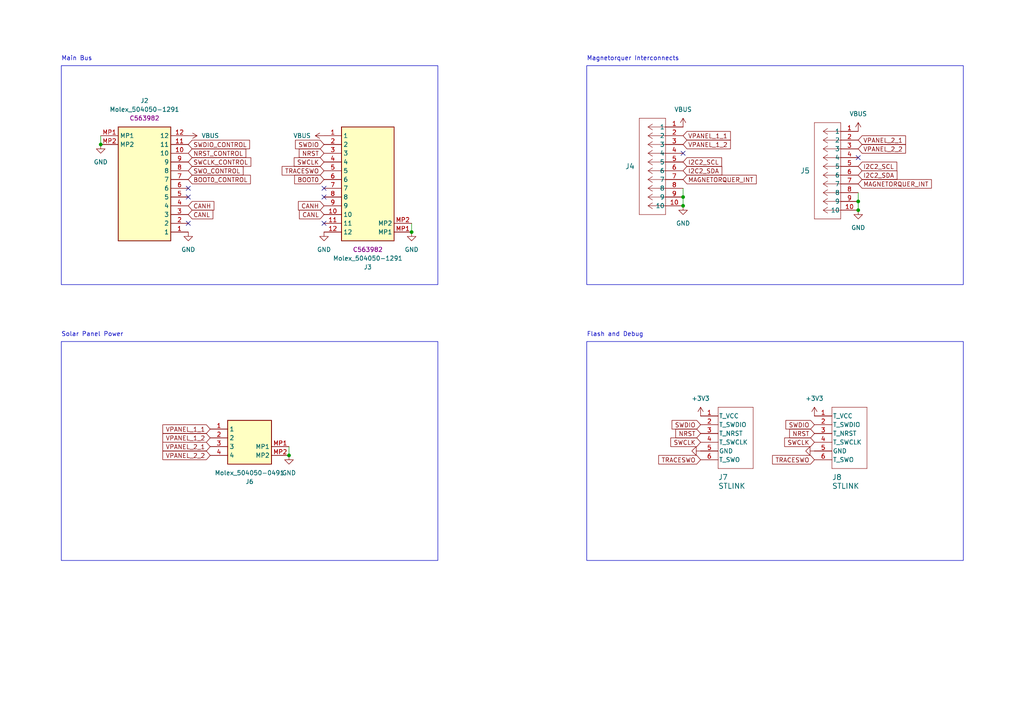
<source format=kicad_sch>
(kicad_sch (version 20230121) (generator eeschema)
  (paper "A4")
  (lib_symbols
    (symbol "TVSC:Molex_504050-0491"
      (property "Reference" "J" (at 19.05 7.62 0))
      (property "Value" "Molex_504050-0491" (at 19.05 5.08 0))
      (symbol "Molex_504050-0491_1_1"
        (rectangle (start 5.08 2.54) (end 17.78 -10.16) (stroke (width 0.254)) (fill (type background)))
        (pin passive line (at 0 -7.62 0) (length 5.08) (name "1") (number "1"))
        (pin passive line (at 0 -5.08 0) (length 5.08) (name "2") (number "2"))
        (pin passive line (at 0 -2.54 0) (length 5.08) (name "3") (number "3"))
        (pin passive line (at 0 0 0) (length 5.08) (name "4") (number "4"))
        (pin passive line (at 22.86 -2.54 180) (length 5.08) (name "MP1") (number "MP1"))
        (pin passive line (at 22.86 0 180) (length 5.08) (name "MP2") (number "MP2"))
      )
    )
    (symbol "TVSC:Molex_504050-0891" (pin_names (offset 0.254))
      (property "Reference" "J" (at 8.89 6.35 0))
      (symbol "Molex_504050-0891_1_1"
        (polyline (pts (xy 5.08 -25.4) (xy 12.7 -25.4)) (stroke (width 0.127)))
        (polyline (pts (xy 5.08 2.54) (xy 5.08 -25.4)) (stroke (width 0.127)))
        (polyline (pts (xy 10.16 -22.86) (xy 5.08 -22.86)) (stroke (width 0.127)))
        (polyline (pts (xy 10.16 -22.86) (xy 8.89 -23.7067)) (stroke (width 0.127)))
        (polyline (pts (xy 10.16 -22.86) (xy 8.89 -22.0133)) (stroke (width 0.127)))
        (polyline (pts (xy 10.16 -20.32) (xy 5.08 -20.32)) (stroke (width 0.127)))
        (polyline (pts (xy 10.16 -20.32) (xy 8.89 -21.1667)) (stroke (width 0.127)))
        (polyline (pts (xy 10.16 -20.32) (xy 8.89 -19.4733)) (stroke (width 0.127)))
        (polyline (pts (xy 10.16 -17.78) (xy 5.08 -17.78)) (stroke (width 0.127)))
        (polyline (pts (xy 10.16 -17.78) (xy 8.89 -18.6267)) (stroke (width 0.127)))
        (polyline (pts (xy 10.16 -17.78) (xy 8.89 -16.9333)) (stroke (width 0.127)))
        (polyline (pts (xy 10.16 -15.24) (xy 5.08 -15.24)) (stroke (width 0.127)))
        (polyline (pts (xy 10.16 -15.24) (xy 8.89 -16.0867)) (stroke (width 0.127)))
        (polyline (pts (xy 10.16 -15.24) (xy 8.89 -14.3933)) (stroke (width 0.127)))
        (polyline (pts (xy 10.16 -12.7) (xy 5.08 -12.7)) (stroke (width 0.127)))
        (polyline (pts (xy 10.16 -12.7) (xy 8.89 -13.5467)) (stroke (width 0.127)))
        (polyline (pts (xy 10.16 -12.7) (xy 8.89 -11.8533)) (stroke (width 0.127)))
        (polyline (pts (xy 10.16 -10.16) (xy 5.08 -10.16)) (stroke (width 0.127)))
        (polyline (pts (xy 10.16 -10.16) (xy 8.89 -11.0067)) (stroke (width 0.127)))
        (polyline (pts (xy 10.16 -10.16) (xy 8.89 -9.3133)) (stroke (width 0.127)))
        (polyline (pts (xy 10.16 -7.62) (xy 5.08 -7.62)) (stroke (width 0.127)))
        (polyline (pts (xy 10.16 -7.62) (xy 8.89 -8.4667)) (stroke (width 0.127)))
        (polyline (pts (xy 10.16 -7.62) (xy 8.89 -6.7733)) (stroke (width 0.127)))
        (polyline (pts (xy 10.16 -5.08) (xy 5.08 -5.08)) (stroke (width 0.127)))
        (polyline (pts (xy 10.16 -5.08) (xy 8.89 -5.9267)) (stroke (width 0.127)))
        (polyline (pts (xy 10.16 -5.08) (xy 8.89 -4.2333)) (stroke (width 0.127)))
        (polyline (pts (xy 10.16 -2.54) (xy 5.08 -2.54)) (stroke (width 0.127)))
        (polyline (pts (xy 10.16 -2.54) (xy 8.89 -3.3867)) (stroke (width 0.127)))
        (polyline (pts (xy 10.16 -2.54) (xy 8.89 -1.6933)) (stroke (width 0.127)))
        (polyline (pts (xy 10.16 0) (xy 5.08 0)) (stroke (width 0.127)))
        (polyline (pts (xy 10.16 0) (xy 8.89 -0.8467)) (stroke (width 0.127)))
        (polyline (pts (xy 10.16 0) (xy 8.89 0.8467)) (stroke (width 0.127)))
        (polyline (pts (xy 12.7 -25.4) (xy 12.7 2.54)) (stroke (width 0.127)))
        (polyline (pts (xy 12.7 2.54) (xy 5.08 2.54)) (stroke (width 0.127)))
        (pin unspecified line (at 0 0 0) (length 5.08) (name "1") (number "1"))
        (pin unspecified line (at 0 -22.86 0) (length 5.08) (name "10") (number "10"))
        (pin unspecified line (at 0 -2.54 0) (length 5.08) (name "2") (number "2"))
        (pin unspecified line (at 0 -5.08 0) (length 5.08) (name "3") (number "3"))
        (pin unspecified line (at 0 -7.62 0) (length 5.08) (name "4") (number "4"))
        (pin unspecified line (at 0 -10.16 0) (length 5.08) (name "5") (number "5"))
        (pin unspecified line (at 0 -12.7 0) (length 5.08) (name "6") (number "6"))
        (pin unspecified line (at 0 -15.24 0) (length 5.08) (name "7") (number "7"))
        (pin unspecified line (at 0 -17.78 0) (length 5.08) (name "8") (number "8"))
        (pin unspecified line (at 0 -20.32 0) (length 5.08) (name "9") (number "9"))
      )
      (symbol "Molex_504050-0891_1_2"
        (polyline (pts (xy 5.08 -25.4) (xy 12.7 -25.4)) (stroke (width 0.127)))
        (polyline (pts (xy 5.08 2.54) (xy 5.08 -25.4)) (stroke (width 0.127)))
        (polyline (pts (xy 7.62 -22.86) (xy 5.08 -22.86)) (stroke (width 0.127)))
        (polyline (pts (xy 7.62 -22.86) (xy 8.89 -23.7067)) (stroke (width 0.127)))
        (polyline (pts (xy 7.62 -22.86) (xy 8.89 -22.0133)) (stroke (width 0.127)))
        (polyline (pts (xy 7.62 -20.32) (xy 5.08 -20.32)) (stroke (width 0.127)))
        (polyline (pts (xy 7.62 -20.32) (xy 8.89 -21.1667)) (stroke (width 0.127)))
        (polyline (pts (xy 7.62 -20.32) (xy 8.89 -19.4733)) (stroke (width 0.127)))
        (polyline (pts (xy 7.62 -17.78) (xy 5.08 -17.78)) (stroke (width 0.127)))
        (polyline (pts (xy 7.62 -17.78) (xy 8.89 -18.6267)) (stroke (width 0.127)))
        (polyline (pts (xy 7.62 -17.78) (xy 8.89 -16.9333)) (stroke (width 0.127)))
        (polyline (pts (xy 7.62 -15.24) (xy 5.08 -15.24)) (stroke (width 0.127)))
        (polyline (pts (xy 7.62 -15.24) (xy 8.89 -16.0867)) (stroke (width 0.127)))
        (polyline (pts (xy 7.62 -15.24) (xy 8.89 -14.3933)) (stroke (width 0.127)))
        (polyline (pts (xy 7.62 -12.7) (xy 5.08 -12.7)) (stroke (width 0.127)))
        (polyline (pts (xy 7.62 -12.7) (xy 8.89 -13.5467)) (stroke (width 0.127)))
        (polyline (pts (xy 7.62 -12.7) (xy 8.89 -11.8533)) (stroke (width 0.127)))
        (polyline (pts (xy 7.62 -10.16) (xy 5.08 -10.16)) (stroke (width 0.127)))
        (polyline (pts (xy 7.62 -10.16) (xy 8.89 -11.0067)) (stroke (width 0.127)))
        (polyline (pts (xy 7.62 -10.16) (xy 8.89 -9.3133)) (stroke (width 0.127)))
        (polyline (pts (xy 7.62 -7.62) (xy 5.08 -7.62)) (stroke (width 0.127)))
        (polyline (pts (xy 7.62 -7.62) (xy 8.89 -8.4667)) (stroke (width 0.127)))
        (polyline (pts (xy 7.62 -7.62) (xy 8.89 -6.7733)) (stroke (width 0.127)))
        (polyline (pts (xy 7.62 -5.08) (xy 5.08 -5.08)) (stroke (width 0.127)))
        (polyline (pts (xy 7.62 -5.08) (xy 8.89 -5.9267)) (stroke (width 0.127)))
        (polyline (pts (xy 7.62 -5.08) (xy 8.89 -4.2333)) (stroke (width 0.127)))
        (polyline (pts (xy 7.62 -2.54) (xy 5.08 -2.54)) (stroke (width 0.127)))
        (polyline (pts (xy 7.62 -2.54) (xy 8.89 -3.3867)) (stroke (width 0.127)))
        (polyline (pts (xy 7.62 -2.54) (xy 8.89 -1.6933)) (stroke (width 0.127)))
        (polyline (pts (xy 7.62 0) (xy 5.08 0)) (stroke (width 0.127)))
        (polyline (pts (xy 7.62 0) (xy 8.89 -0.8467)) (stroke (width 0.127)))
        (polyline (pts (xy 7.62 0) (xy 8.89 0.8467)) (stroke (width 0.127)))
        (polyline (pts (xy 12.7 -25.4) (xy 12.7 2.54)) (stroke (width 0.127)))
        (polyline (pts (xy 12.7 2.54) (xy 5.08 2.54)) (stroke (width 0.127)))
        (pin unspecified line (at 0 0 0) (length 5.08) (name "1") (number "1"))
        (pin unspecified line (at 0 -22.86 0) (length 5.08) (name "10") (number "10"))
        (pin unspecified line (at 0 -2.54 0) (length 5.08) (name "2") (number "2"))
        (pin unspecified line (at 0 -5.08 0) (length 5.08) (name "3") (number "3"))
        (pin unspecified line (at 0 -7.62 0) (length 5.08) (name "4") (number "4"))
        (pin unspecified line (at 0 -10.16 0) (length 5.08) (name "5") (number "5"))
        (pin unspecified line (at 0 -12.7 0) (length 5.08) (name "6") (number "6"))
        (pin unspecified line (at 0 -15.24 0) (length 5.08) (name "7") (number "7"))
        (pin unspecified line (at 0 -17.78 0) (length 5.08) (name "8") (number "8"))
        (pin unspecified line (at 0 -20.32 0) (length 5.08) (name "9") (number "9"))
      )
    )
    (symbol "TVSC:Molex_504050-1291"
      (property "Reference" "J" (at 21.59 7.62 0))
      (property "Value" "Molex_504050-1291" (at 21.59 5.08 0))
      (property "MPN" "C563982" (at 0 0 0))
      (symbol "Molex_504050-1291_1_1"
        (rectangle (start 5.08 2.54) (end 20.32 -30.48) (stroke (width 0.254)) (fill (type background)))
        (pin passive line (at 0 -27.94 0) (length 5.08) (name "1") (number "1"))
        (pin passive line (at 0 -5.08 0) (length 5.08) (name "10") (number "10"))
        (pin passive line (at 0 -2.54 0) (length 5.08) (name "11") (number "11"))
        (pin passive line (at 0 0 0) (length 5.08) (name "12") (number "12"))
        (pin passive line (at 0 -25.4 0) (length 5.08) (name "2") (number "2"))
        (pin passive line (at 0 -22.86 0) (length 5.08) (name "3") (number "3"))
        (pin passive line (at 0 -20.32 0) (length 5.08) (name "4") (number "4"))
        (pin passive line (at 0 -17.78 0) (length 5.08) (name "5") (number "5"))
        (pin passive line (at 0 -15.24 0) (length 5.08) (name "6") (number "6"))
        (pin passive line (at 0 -12.7 0) (length 5.08) (name "7") (number "7"))
        (pin passive line (at 0 -10.16 0) (length 5.08) (name "8") (number "8"))
        (pin passive line (at 0 -7.62 0) (length 5.08) (name "9") (number "9"))
        (pin passive line (at 25.4 0 180) (length 5.08) (name "MP1") (number "MP1"))
        (pin passive line (at 25.4 -2.54 180) (length 5.08) (name "MP2") (number "MP2"))
      )
    )
    (symbol "TVSC:STLINK_TagConnect_6" (pin_names (offset 0.254)) (in_bom no)
      (property "Reference" "J" (at 0 6.35 0))
      (property "Value" "STLINK_TagConnect_6" (at 0 -15.24 0))
      (symbol "STLINK_TagConnect_6_1_1"
        (polyline (pts (xy -5.08 -12.7) (xy 5.08 -12.7)) (stroke (width 0.127)))
        (polyline (pts (xy -5.08 5.08) (xy -5.08 -12.7)) (stroke (width 0.127)))
        (polyline (pts (xy 5.08 -12.7) (xy 5.08 5.08)) (stroke (width 0.127)))
        (polyline (pts (xy 5.08 5.08) (xy -5.08 5.08)) (stroke (width 0.127)))
        (pin power_in line (at -10.16 2.54 0) (length 5.08) (name "T_VCC") (number "1"))
        (pin bidirectional line (at -10.16 0 0) (length 5.08) (name "T_SWDIO") (number "2"))
        (pin open_collector line (at -10.16 -2.54 0) (length 5.08) (name "T_NRST") (number "3"))
        (pin output line (at -10.16 -5.08 0) (length 5.08) (name "T_SWCLK") (number "4"))
        (pin power_in line (at -10.16 -7.62 0) (length 5.08) (name "GND") (number "5"))
        (pin input line (at -10.16 -10.16 0) (length 5.08) (name "T_SWO") (number "6"))
      )
      (symbol "STLINK_TagConnect_6_1_2"
        (polyline (pts (xy 5.08 -20.32) (xy 12.7 -20.32)) (stroke (width 0.127)))
        (polyline (pts (xy 5.08 2.54) (xy 5.08 -20.32)) (stroke (width 0.127)))
        (polyline (pts (xy 7.62 -17.78) (xy 5.08 -17.78)) (stroke (width 0.127)))
        (polyline (pts (xy 7.62 -17.78) (xy 8.89 -18.6267)) (stroke (width 0.127)))
        (polyline (pts (xy 7.62 -17.78) (xy 8.89 -16.9333)) (stroke (width 0.127)))
        (polyline (pts (xy 7.62 -15.24) (xy 5.08 -15.24)) (stroke (width 0.127)))
        (polyline (pts (xy 7.62 -15.24) (xy 8.89 -16.0867)) (stroke (width 0.127)))
        (polyline (pts (xy 7.62 -15.24) (xy 8.89 -14.3933)) (stroke (width 0.127)))
        (polyline (pts (xy 7.62 -12.7) (xy 5.08 -12.7)) (stroke (width 0.127)))
        (polyline (pts (xy 7.62 -12.7) (xy 8.89 -13.5467)) (stroke (width 0.127)))
        (polyline (pts (xy 7.62 -12.7) (xy 8.89 -11.8533)) (stroke (width 0.127)))
        (polyline (pts (xy 7.62 -10.16) (xy 5.08 -10.16)) (stroke (width 0.127)))
        (polyline (pts (xy 7.62 -10.16) (xy 8.89 -11.0067)) (stroke (width 0.127)))
        (polyline (pts (xy 7.62 -10.16) (xy 8.89 -9.3133)) (stroke (width 0.127)))
        (polyline (pts (xy 7.62 -7.62) (xy 5.08 -7.62)) (stroke (width 0.127)))
        (polyline (pts (xy 7.62 -7.62) (xy 8.89 -8.4667)) (stroke (width 0.127)))
        (polyline (pts (xy 7.62 -7.62) (xy 8.89 -6.7733)) (stroke (width 0.127)))
        (polyline (pts (xy 7.62 -5.08) (xy 5.08 -5.08)) (stroke (width 0.127)))
        (polyline (pts (xy 7.62 -5.08) (xy 8.89 -5.9267)) (stroke (width 0.127)))
        (polyline (pts (xy 7.62 -5.08) (xy 8.89 -4.2333)) (stroke (width 0.127)))
        (polyline (pts (xy 7.62 -2.54) (xy 5.08 -2.54)) (stroke (width 0.127)))
        (polyline (pts (xy 7.62 -2.54) (xy 8.89 -3.3867)) (stroke (width 0.127)))
        (polyline (pts (xy 7.62 -2.54) (xy 8.89 -1.6933)) (stroke (width 0.127)))
        (polyline (pts (xy 7.62 0) (xy 5.08 0)) (stroke (width 0.127)))
        (polyline (pts (xy 7.62 0) (xy 8.89 -0.8467)) (stroke (width 0.127)))
        (polyline (pts (xy 7.62 0) (xy 8.89 0.8467)) (stroke (width 0.127)))
        (polyline (pts (xy 12.7 -20.32) (xy 12.7 2.54)) (stroke (width 0.127)))
        (polyline (pts (xy 12.7 2.54) (xy 5.08 2.54)) (stroke (width 0.127)))
        (pin unspecified line (at 0 0 0) (length 5.08) (name "1") (number "1"))
        (pin unspecified line (at 0 -2.54 0) (length 5.08) (name "2") (number "2"))
        (pin unspecified line (at 0 -5.08 0) (length 5.08) (name "3") (number "3"))
        (pin unspecified line (at 0 -7.62 0) (length 5.08) (name "4") (number "4"))
        (pin unspecified line (at 0 -10.16 0) (length 5.08) (name "5") (number "5"))
        (pin unspecified line (at 0 -12.7 0) (length 5.08) (name "6") (number "6"))
        (pin unspecified line (at 0 -15.24 0) (length 5.08) (name "7") (number "7"))
        (pin unspecified line (at 0 -17.78 0) (length 5.08) (name "8") (number "8"))
      )
    )
    (symbol "power:+3V3" (power) (pin_names (offset 0))
      (property "Value" "+3V3" (at 0 3.556 0))
      (symbol "+3V3_0_1"
        (polyline (pts (xy -0.762 1.27) (xy 0 2.54)))
        (polyline (pts (xy 0 0) (xy 0 2.54)))
        (polyline (pts (xy 0 2.54) (xy 0.762 1.27)))
      )
      (symbol "+3V3_1_1"
        (pin power_in line (at 0 0 90) (length 0) hide (name "+3V3") (number "1"))
      )
    )
    (symbol "power:GND" (power) (pin_names (offset 0))
      (property "Value" "GND" (at 0 -3.81 0))
      (symbol "GND_0_1"
        (polyline (pts (xy 0 0) (xy 0 -1.27) (xy 1.27 -1.27) (xy 0 -2.54) (xy -1.27 -1.27) (xy 0 -1.27)))
      )
      (symbol "GND_1_1"
        (pin power_in line (at 0 0 270) (length 0) hide (name "GND") (number "1"))
      )
    )
    (symbol "power:VBUS" (power) (pin_names (offset 0))
      (property "Value" "VBUS" (at 0 3.81 0))
      (symbol "VBUS_0_1"
        (polyline (pts (xy -0.762 1.27) (xy 0 2.54)))
        (polyline (pts (xy 0 0) (xy 0 2.54)))
        (polyline (pts (xy 0 2.54) (xy 0.762 1.27)))
      )
      (symbol "VBUS_1_1"
        (pin power_in line (at 0 0 90) (length 0) hide (name "VBUS") (number "1"))
      )
    )
  )
  (junction (at 83.82 132.08))
  (junction (at 248.92 58.42))
  (junction (at 198.12 57.15))
  (junction (at 29.21 41.91))
  (junction (at 198.12 59.69))
  (junction (at 119.38 67.31))
  (junction (at 248.92 60.96))
  (no_connect (at 198.12 44.45))
  (no_connect (at 54.61 64.77))
  (no_connect (at 93.98 64.77))
  (no_connect (at 54.61 54.61))
  (no_connect (at 54.61 57.15))
  (no_connect (at 248.92 45.72))
  (no_connect (at 93.98 57.15))
  (no_connect (at 93.98 54.61))
  (wire (pts (xy 29.21 39.37) (xy 29.21 41.91)))
  (wire (pts (xy 248.92 58.42) (xy 248.92 60.96)))
  (wire (pts (xy 198.12 57.15) (xy 198.12 59.69)))
  (wire (pts (xy 83.82 129.54) (xy 83.82 132.08)))
  (wire (pts (xy 248.92 55.88) (xy 248.92 58.42)))
  (wire (pts (xy 119.38 67.31) (xy 119.38 64.77)))
  (wire (pts (xy 198.12 54.61) (xy 198.12 57.15)))
  (rectangle (start 170.18 19.05) (end 279.4 82.55))
  (rectangle (start 170.18 99.06) (end 279.4 162.56))
  (rectangle (start 17.78 99.06) (end 127 162.56))
  (rectangle (start 17.78 19.05) (end 127 82.55))
  (text "Magnetorquer Interconnects" (at 170.18 17.78 0) (effects (font (size 1.27 1.27)) (justify left bottom)))
  (text "Solar Panel Power" (at 17.78 97.79 0) (effects (font (size 1.27 1.27)) (justify left bottom)))
  (text "Flash and Debug" (at 170.18 97.79 0) (effects (font (size 1.27 1.27)) (justify left bottom)))
  (text "Main Bus" (at 17.78 17.78 0) (effects (font (size 1.27 1.27)) (justify left bottom)))
  (global_label "MAGNETORQUER_INT" (shape input) (at 198.12 52.07 0) (property "Intersheetrefs" "${INTERSHEET_REFS}" (effects hide)))
  (global_label "VPANEL_2_1" (shape input) (at 60.96 129.54 180) (property "Intersheetrefs" "${INTERSHEET_REFS}" (effects hide)))
  (global_label "SWCLK_CONTROL" (shape input) (at 54.61 46.99 0) (property "Intersheetrefs" "${INTERSHEET_REFS}" (effects hide)))
  (global_label "SWDIO_CONTROL" (shape input) (at 54.61 41.91 0) (property "Intersheetrefs" "${INTERSHEET_REFS}" (effects hide)))
  (global_label "NRST" (shape input) (at 203.2 125.73 180) (property "Intersheetrefs" "${INTERSHEET_REFS}" (effects hide)))
  (global_label "VPANEL_1_2" (shape input) (at 198.12 41.91 0) (property "Intersheetrefs" "${INTERSHEET_REFS}" (effects hide)))
  (global_label "NRST" (shape input) (at 93.98 44.45 180) (property "Intersheetrefs" "${INTERSHEET_REFS}" (effects hide)))
  (global_label "BOOT0_CONTROL" (shape input) (at 54.61 52.07 0) (property "Intersheetrefs" "${INTERSHEET_REFS}" (effects hide)))
  (global_label "CANH" (shape input) (at 93.98 59.69 180) (property "Intersheetrefs" "${INTERSHEET_REFS}" (effects hide)))
  (global_label "MAGNETORQUER_INT" (shape input) (at 248.92 53.34 0) (property "Intersheetrefs" "${INTERSHEET_REFS}" (effects hide)))
  (global_label "TRACESWO" (shape input) (at 236.22 133.35 180) (property "Intersheetrefs" "${INTERSHEET_REFS}" (effects hide)))
  (global_label "NRST" (shape input) (at 236.22 125.73 180) (property "Intersheetrefs" "${INTERSHEET_REFS}" (effects hide)))
  (global_label "I2C2_SDA" (shape input) (at 248.92 50.8 0) (property "Intersheetrefs" "${INTERSHEET_REFS}" (effects hide)))
  (global_label "SWCLK" (shape input) (at 93.98 46.99 180) (property "Intersheetrefs" "${INTERSHEET_REFS}" (effects hide)))
  (global_label "TRACESWO" (shape input) (at 93.98 49.53 180) (property "Intersheetrefs" "${INTERSHEET_REFS}" (effects hide)))
  (global_label "VPANEL_1_2" (shape input) (at 60.96 127 180) (property "Intersheetrefs" "${INTERSHEET_REFS}" (effects hide)))
  (global_label "SWO_CONTROL" (shape input) (at 54.61 49.53 0) (property "Intersheetrefs" "${INTERSHEET_REFS}" (effects hide)))
  (global_label "I2C2_SCL" (shape input) (at 198.12 46.99 0) (property "Intersheetrefs" "${INTERSHEET_REFS}" (effects hide)))
  (global_label "CANL" (shape input) (at 93.98 62.23 180) (property "Intersheetrefs" "${INTERSHEET_REFS}" (effects hide)))
  (global_label "SWDIO" (shape input) (at 236.22 123.19 180) (property "Intersheetrefs" "${INTERSHEET_REFS}" (effects hide)))
  (global_label "SWDIO" (shape input) (at 203.2 123.19 180) (property "Intersheetrefs" "${INTERSHEET_REFS}" (effects hide)))
  (global_label "SWDIO" (shape input) (at 93.98 41.91 180) (property "Intersheetrefs" "${INTERSHEET_REFS}" (effects hide)))
  (global_label "CANH" (shape input) (at 54.61 59.69 0) (property "Intersheetrefs" "${INTERSHEET_REFS}" (effects hide)))
  (global_label "I2C2_SDA" (shape input) (at 198.12 49.53 0) (property "Intersheetrefs" "${INTERSHEET_REFS}" (effects hide)))
  (global_label "I2C2_SCL" (shape input) (at 248.92 48.26 0) (property "Intersheetrefs" "${INTERSHEET_REFS}" (effects hide)))
  (global_label "BOOT0" (shape input) (at 93.98 52.07 180) (property "Intersheetrefs" "${INTERSHEET_REFS}" (effects hide)))
  (global_label "VPANEL_2_1" (shape input) (at 248.92 40.64 0) (property "Intersheetrefs" "${INTERSHEET_REFS}" (effects hide)))
  (global_label "CANL" (shape input) (at 54.61 62.23 0) (property "Intersheetrefs" "${INTERSHEET_REFS}" (effects hide)))
  (global_label "NRST_CONTROL" (shape input) (at 54.61 44.45 0) (property "Intersheetrefs" "${INTERSHEET_REFS}" (effects hide)))
  (global_label "SWCLK" (shape input) (at 236.22 128.27 180) (property "Intersheetrefs" "${INTERSHEET_REFS}" (effects hide)))
  (global_label "VPANEL_1_1" (shape input) (at 198.12 39.37 0) (property "Intersheetrefs" "${INTERSHEET_REFS}" (effects hide)))
  (global_label "TRACESWO" (shape input) (at 203.2 133.35 180) (property "Intersheetrefs" "${INTERSHEET_REFS}" (effects hide)))
  (global_label "SWCLK" (shape input) (at 203.2 128.27 180) (property "Intersheetrefs" "${INTERSHEET_REFS}" (effects hide)))
  (global_label "VPANEL_1_1" (shape input) (at 60.96 124.46 180) (property "Intersheetrefs" "${INTERSHEET_REFS}" (effects hide)))
  (global_label "VPANEL_2_2" (shape input) (at 60.96 132.08 180) (property "Intersheetrefs" "${INTERSHEET_REFS}" (effects hide)))
  (global_label "VPANEL_2_2" (shape input) (at 248.92 43.18 0) (property "Intersheetrefs" "${INTERSHEET_REFS}" (effects hide)))
  (symbol (lib_id "power:+3V3") (at 203.2 120.65 0) (unit 1)
    (property "Reference" "#PWR068" (effects hide))
    (property "Value" "+3V3" (at 203.2 115.57 0))
  )
  (symbol (lib_id "TVSC:Molex_504050-0891") (at 198.12 36.83 0) (mirror y) (unit 1)
    (property "Reference" "J4" (at 184.15 48.26 0) (effects (font (size 1.524 1.524)) (justify left)))
    (property "Value" "Molex_504050-0891" (effects hide))
    (property "Footprint" "footprints:Molex_504050-0891" (effects hide))
    (property "Datasheet" "https://www.molex.com/en-us/products/part-detail/5040500891" (effects hide))
    (property "MPN" "C587992" (effects hide))
    (property "Manufacturer" "Molex" (effects hide))
    (property "Manufacturer Part Number" "504050-0891" (effects hide))
  )
  (symbol (lib_id "power:GND") (at 29.21 41.91 0) (mirror y) (unit 1)
    (property "Reference" "#PWR060" (effects hide))
    (property "Value" "GND" (at 29.21 46.99 0))
  )
  (symbol (lib_id "power:VBUS") (at 93.98 39.37 90) (unit 1)
    (property "Reference" "#PWR059" (effects hide))
    (property "Value" "VBUS" (at 90.17 39.37 90) (effects (justify left)))
  )
  (symbol (lib_id "power:GND") (at 93.98 67.31 0) (unit 1)
    (property "Reference" "#PWR063" (effects hide))
    (property "Value" "GND" (at 93.98 72.39 0))
  )
  (symbol (lib_id "power:VBUS") (at 54.61 39.37 270) (mirror x) (unit 1)
    (property "Reference" "#PWR058" (effects hide))
    (property "Value" "VBUS" (at 58.42 39.37 90) (effects (justify left)))
  )
  (symbol (lib_id "power:GND") (at 203.2 130.81 270) (unit 1)
    (property "Reference" "#PWR070" (effects hide))
    (property "Value" "GND" (effects hide))
  )
  (symbol (lib_id "TVSC:STLINK_TagConnect_6") (at 213.36 123.19 0) (unit 1) (in_bom no)
    (property "Reference" "J7" (at 208.28 138.43 0) (effects (font (size 1.524 1.524)) (justify left)))
    (property "Value" "STLINK" (at 208.28 140.97 0) (effects (font (size 1.524 1.524)) (justify left)))
    (property "Footprint" "Connector:Tag-Connect_TC2030-IDC-NL_2x03_P1.27mm_Vertical" (effects hide))
    (property "Datasheet" "https://www.tag-connect.com/wp-content/uploads/bsk-pdf-manager/TC2030-CTX_1.pdf" (effects hide))
    (property "MPN" "NA" (effects hide))
    (property "Active" "Y" (effects hide))
  )
  (symbol (lib_id "TVSC:Molex_504050-1291") (at 93.98 67.31 0) (mirror x) (unit 1)
    (property "Reference" "J3" (at 106.68 77.47 0))
    (property "Value" "Molex_504050-1291" (at 106.68 74.93 0))
    (property "Footprint" "footprints:Molex_504050-1291" (effects hide))
    (property "Datasheet" "https://www.molex.com/en-us/products/part-detail/5040501291" (effects hide))
    (property "Manufacturer" "Molex" (effects hide))
    (property "Manufacturer Part Number" "504050-1291" (effects hide))
    (property "MPN" "C563982" (at 106.68 72.39 0))
    (property "Active" "Y" (effects hide))
  )
  (symbol (lib_id "power:VBUS") (at 248.92 38.1 0) (unit 1)
    (property "Reference" "#PWR075" (effects hide))
    (property "Value" "VBUS" (at 248.92 33.02 0))
  )
  (symbol (lib_id "TVSC:Molex_504050-0891") (at 248.92 38.1 0) (mirror y) (unit 1)
    (property "Reference" "J5" (at 234.95 49.53 0) (effects (font (size 1.524 1.524)) (justify left)))
    (property "Value" "Molex_504050-0891" (effects hide))
    (property "Footprint" "footprints:Molex_504050-0891" (effects hide))
    (property "Datasheet" "https://www.molex.com/en-us/products/part-detail/5040500891" (effects hide))
    (property "MPN" "C587992" (effects hide))
    (property "Manufacturer" "Molex" (effects hide))
    (property "Manufacturer Part Number" "504050-0891" (effects hide))
  )
  (symbol (lib_id "power:GND") (at 54.61 67.31 0) (mirror y) (unit 1)
    (property "Reference" "#PWR062" (effects hide))
    (property "Value" "GND" (at 54.61 72.39 0))
  )
  (symbol (lib_id "power:GND") (at 236.22 130.81 270) (unit 1)
    (property "Reference" "#PWR074" (effects hide))
    (property "Value" "GND" (effects hide))
  )
  (symbol (lib_id "TVSC:Molex_504050-0491") (at 60.96 132.08 0) (mirror x) (unit 1)
    (property "Reference" "J6" (at 72.39 139.7 0))
    (property "Value" "Molex_504050-0491" (at 72.39 137.16 0))
    (property "Footprint" "footprints:Molex_504050-0491" (effects hide))
    (property "Datasheet" "http://www.molex.com/pdm_docs/sd/5040500491_sd.pdf" (effects hide))
    (property "Manufacturer" "Molex" (effects hide))
    (property "Manufacturer Part Number" "504050-0491" (effects hide))
    (property "MPN" "C177235" (effects hide))
  )
  (symbol (lib_id "power:GND") (at 119.38 67.31 0) (unit 1)
    (property "Reference" "#PWR061" (effects hide))
    (property "Value" "GND" (at 119.38 72.39 0))
  )
  (symbol (lib_id "power:GND") (at 248.92 60.96 0) (unit 1)
    (property "Reference" "#PWR071" (effects hide))
    (property "Value" "GND" (at 248.92 66.04 0))
  )
  (symbol (lib_id "power:+3V3") (at 236.22 120.65 0) (unit 1)
    (property "Reference" "#PWR073" (effects hide))
    (property "Value" "+3V3" (at 236.22 115.57 0))
  )
  (symbol (lib_id "TVSC:STLINK_TagConnect_6") (at 246.38 123.19 0) (unit 1) (in_bom no)
    (property "Reference" "J8" (at 241.3 138.43 0) (effects (font (size 1.524 1.524)) (justify left)))
    (property "Value" "STLINK" (at 241.3 140.97 0) (effects (font (size 1.524 1.524)) (justify left)))
    (property "Footprint" "Connector:Tag-Connect_TC2030-IDC-NL_2x03_P1.27mm_Vertical" (effects hide))
    (property "Datasheet" "https://www.tag-connect.com/wp-content/uploads/bsk-pdf-manager/TC2030-CTX_1.pdf" (effects hide))
    (property "MPN" "NA" (effects hide))
    (property "Active" "Y" (effects hide))
  )
  (symbol (lib_id "TVSC:Molex_504050-1291") (at 54.61 39.37 0) (mirror y) (unit 1)
    (property "Reference" "J2" (at 41.91 29.21 0))
    (property "Value" "Molex_504050-1291" (at 41.91 31.75 0))
    (property "Footprint" "footprints:Molex_504050-1291" (effects hide))
    (property "Datasheet" "https://www.molex.com/en-us/products/part-detail/5040501291" (effects hide))
    (property "Manufacturer" "Molex" (effects hide))
    (property "Manufacturer Part Number" "504050-1291" (effects hide))
    (property "MPN" "C563982" (at 41.91 34.29 0))
    (property "Active" "Y" (effects hide))
  )
  (symbol (lib_id "power:VBUS") (at 198.12 36.83 0) (unit 1)
    (property "Reference" "#PWR064" (effects hide))
    (property "Value" "VBUS" (at 198.12 31.75 0))
  )
  (symbol (lib_id "power:GND") (at 198.12 59.69 0) (unit 1)
    (property "Reference" "#PWR066" (effects hide))
    (property "Value" "GND" (at 198.12 64.77 0))
  )
  (symbol (lib_id "power:GND") (at 83.82 132.08 0) (unit 1)
    (property "Reference" "#PWR072" (effects hide))
    (property "Value" "GND" (at 83.82 137.16 0))
  )
)
</source>
